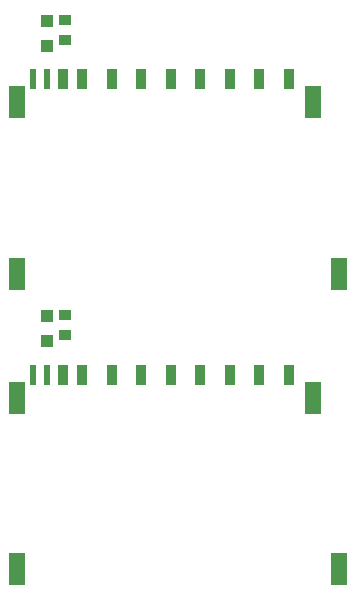
<source format=gtp>
G75*
G70*
%OFA0B0*%
%FSLAX24Y24*%
%IPPOS*%
%LPD*%
%AMOC8*
5,1,8,0,0,1.08239X$1,22.5*
%
%ADD10R,0.0551X0.1062*%
%ADD11R,0.0236X0.0669*%
%ADD12R,0.0354X0.0669*%
%ADD13R,0.0432X0.0432*%
%ADD14R,0.0393X0.0354*%
D10*
X000726Y008141D03*
X000726Y013849D03*
X000726Y017983D03*
X000726Y023692D03*
X010608Y023692D03*
X011474Y017983D03*
X010608Y013849D03*
X011474Y008141D03*
D11*
X001742Y014617D03*
X001269Y014617D03*
X001269Y024460D03*
X001742Y024460D03*
D12*
X002254Y024460D03*
X002903Y024460D03*
X003887Y024460D03*
X004872Y024460D03*
X005852Y024460D03*
X006840Y024460D03*
X007824Y024460D03*
X008809Y024460D03*
X009793Y024460D03*
X009793Y014617D03*
X008809Y014617D03*
X007824Y014617D03*
X006840Y014617D03*
X005852Y014617D03*
X004872Y014617D03*
X003887Y014617D03*
X002903Y014617D03*
X002254Y014617D03*
D13*
X001725Y015727D03*
X001725Y016554D03*
X001725Y025570D03*
X001725Y026397D03*
D14*
X002350Y026443D03*
X002350Y025774D03*
X002350Y016600D03*
X002350Y015931D03*
M02*

</source>
